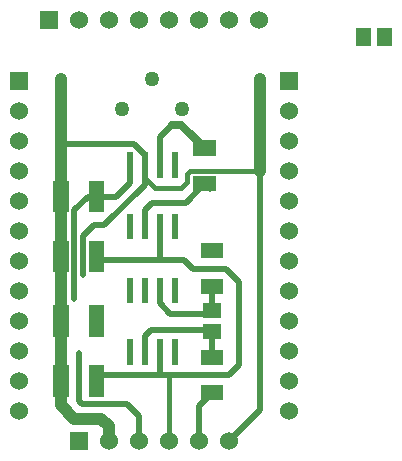
<source format=gbr>
G04 start of page 2 for group 0 idx 0 *
G04 Title: (unknown), component *
G04 Creator: pcb 20110918 *
G04 CreationDate: Mon Jul 21 20:20:48 2014 UTC *
G04 For: fosse *
G04 Format: Gerber/RS-274X *
G04 PCB-Dimensions: 200000 300000 *
G04 PCB-Coordinate-Origin: lower left *
%MOIN*%
%FSLAX25Y25*%
%LNTOP*%
%ADD21C,0.0225*%
%ADD20C,0.0380*%
%ADD19R,0.0200X0.0200*%
%ADD18R,0.0512X0.0512*%
%ADD17C,0.0500*%
%ADD16C,0.0600*%
%ADD15C,0.0001*%
%ADD14C,0.0400*%
%ADD13C,0.0250*%
%ADD12C,0.0200*%
%ADD11C,0.0150*%
G54D11*X92500Y145500D02*X96000Y142000D01*
X104500D02*X106500Y144000D01*
X96000Y142000D02*X104500D01*
X106500Y144000D02*Y146750D01*
G54D12*X106146Y137250D02*X112500Y143604D01*
X114405Y141699D02*X112500Y143604D01*
G54D11*X107500Y147750D02*X129500D01*
X106500Y146750D02*X107500Y147750D01*
G54D12*X95000Y137250D02*X106146D01*
X92500Y134750D02*X95000Y137250D01*
X92500Y129250D02*Y134750D01*
X97500Y129250D02*Y118250D01*
X92500Y143250D02*Y153250D01*
X97500Y149750D02*Y159244D01*
G54D13*X101507Y163251D02*X104663D01*
G54D12*X97500Y159244D02*X101507Y163251D01*
G54D13*X104663D02*X112500Y155414D01*
G54D11*Y155500D01*
G54D12*X92500Y153250D02*X89000Y156750D01*
X64500D01*
G54D14*X131000Y147750D02*Y178500D01*
G54D12*X87500Y149750D02*Y146845D01*
X73500Y139250D02*X83000D01*
X87500Y143750D01*
Y149750D01*
G54D14*X64500Y178500D02*Y139345D01*
X64595Y139250D01*
G54D12*X124000Y110750D02*Y83250D01*
X131000Y68250D02*X120500Y57750D01*
X119500Y115250D02*X124000Y110750D01*
X120500Y79750D02*X124000Y83250D01*
X113457Y99750D02*X115000Y101293D01*
X113957Y100250D02*X115000Y101293D01*
X113595Y110750D02*X115000Y109345D01*
Y101293D02*Y109345D01*
X114457Y94750D02*X115000Y94207D01*
Y85655D01*
X114905Y73750D02*X115000Y73845D01*
X131000Y148250D02*Y68250D01*
X97500Y103750D02*X101000Y100250D01*
X113957D01*
X97500Y108000D02*Y103750D01*
X94500Y94750D02*X114457D01*
X92500Y87500D02*Y92750D01*
X94500Y94750D01*
X97500Y87500D02*Y79750D01*
X120500D02*X78405D01*
X76405Y77750D01*
X108500Y115250D02*X119500D01*
X105500Y118250D02*X108500Y115250D01*
X105500Y118250D02*X77405D01*
X73500Y139250D02*X69000Y134750D01*
X92500Y143250D02*X79000Y129750D01*
X75500D01*
X69000Y134750D02*Y105155D01*
X77405Y118250D02*X76405Y119250D01*
X75500Y129750D02*X72000Y126250D01*
Y113250D01*
G54D14*X64595Y139250D02*X64690Y78155D01*
G54D12*X86500Y70250D02*X90500Y66250D01*
Y57750D01*
G54D11*X100500D02*Y79750D01*
G54D12*X110500Y69345D02*X115000Y73845D01*
X110500Y57750D02*Y69345D01*
G54D14*X78000Y65250D02*X80500Y62750D01*
Y57750D01*
X69000Y65250D02*X78000D01*
X64595Y69655D02*X69000Y65250D01*
X64595Y77750D02*Y69655D01*
G54D12*X70500Y87250D02*Y71250D01*
X71500Y70250D01*
X86500D01*
G54D15*G36*
X137500Y180750D02*Y174750D01*
X143500D01*
Y180750D01*
X137500D01*
G37*
G54D16*X140500Y167750D03*
Y157750D03*
Y147750D03*
Y137750D03*
Y127750D03*
Y117750D03*
Y107750D03*
Y97750D03*
Y87750D03*
Y77750D03*
Y67750D03*
G54D15*G36*
X47500Y180750D02*Y174750D01*
X53500D01*
Y180750D01*
X47500D01*
G37*
G54D16*X50500Y167750D03*
Y157750D03*
G54D15*G36*
X57500Y201000D02*Y195000D01*
X63500D01*
Y201000D01*
X57500D01*
G37*
G54D16*X70500Y198000D03*
X50500Y147750D03*
Y137750D03*
Y127750D03*
Y117750D03*
Y107750D03*
Y97750D03*
Y87750D03*
Y77750D03*
Y67750D03*
G54D15*G36*
X67500Y60750D02*Y54750D01*
X73500D01*
Y60750D01*
X67500D01*
G37*
G54D16*X80500Y57750D03*
X90500D03*
X100500D03*
X110500D03*
X120500D03*
G54D17*X105000Y168500D03*
X85000D03*
X95000Y178500D03*
G54D16*X80500Y198000D03*
X90500D03*
X100500D03*
X110500D03*
X120500D03*
X130500D03*
G54D18*X165414Y192893D02*Y192107D01*
X172500Y192893D02*Y192107D01*
G54D19*X102500Y153000D02*Y146500D01*
G54D18*X111319Y155414D02*X113681D01*
X111319Y143604D02*X113681D01*
G54D19*X97500Y153000D02*Y146500D01*
X102500Y111250D02*Y104750D01*
X97500Y111250D02*Y104750D01*
Y90750D02*Y84250D01*
X102500Y90750D02*Y84250D01*
X92500Y153000D02*Y146500D01*
Y111250D02*Y104750D01*
Y90750D02*Y84250D01*
X87500Y153000D02*Y146500D01*
Y111250D02*Y104750D01*
Y90750D02*Y84250D01*
Y132500D02*Y126000D01*
X92500Y132500D02*Y126000D01*
X97500Y132500D02*Y126000D01*
X102500Y132500D02*Y126000D01*
G54D18*X64595Y122005D02*Y116495D01*
X76405Y122005D02*Y116495D01*
X64595Y142005D02*Y136495D01*
X76405Y142005D02*Y136495D01*
X64595Y100505D02*Y94995D01*
X76405Y100505D02*Y94995D01*
X113819Y121155D02*X116181D01*
X113819Y109345D02*X116181D01*
X114607Y101293D02*X115393D01*
X114607Y94207D02*X115393D01*
X113819Y85655D02*X116181D01*
X113819Y73845D02*X116181D01*
X64595Y80505D02*Y74995D01*
X76405Y80505D02*Y74995D01*
G54D20*G54D21*G54D20*M02*

</source>
